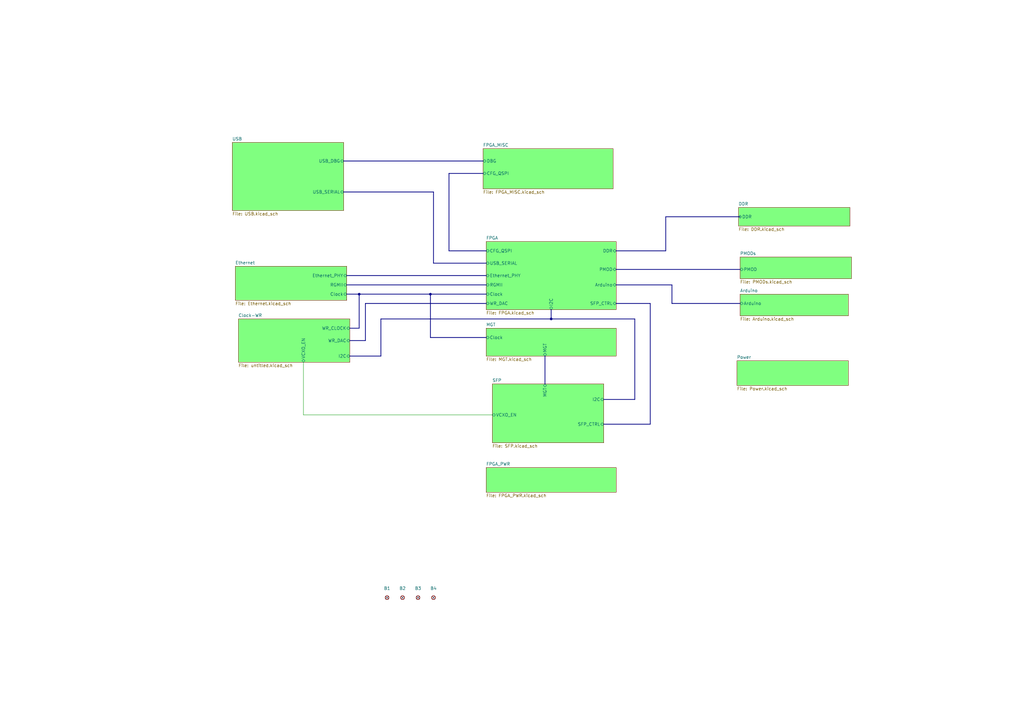
<source format=kicad_sch>
(kicad_sch (version 20250114) (generator "eeschema") (generator_version "9.0")
  (paper "A3")
  (title_block (date "2025-04-18") (rev "${rev}") (company "${name}") (comment 1 "${author}"))
  (lib_symbols
    (symbol "Pads:PLATED_HOLE3.2_PAD5.5" (pin_names (offset 1.27))
      (property "Reference" "B" (at -1.27 0 0))
      (symbol "PLATED_HOLE3.2_PAD5.5_0_1"
        (circle (center 0 0) (radius 0.762) (stroke (width 0.254)) (fill (type background)))
        (pin bidirectional line (at 0 0 180) (length 0) (name "1") (number "1"))
      )
    )
  )
  (junction (at 226.06 130.81))
  (junction (at 147.32 120.65))
  (junction (at 176.53 120.65))
  (no_connect (at 158.75 245.11))
  (no_connect (at 165.1 245.11))
  (no_connect (at 177.8 245.11))
  (no_connect (at 171.45 245.11))
  (bus (pts (xy 252.73 124.46) (xy 266.7 124.46)))
  (bus (pts (xy 226.06 130.81) (xy 260.35 130.81)))
  (bus (pts (xy 147.32 134.62) (xy 143.51 134.62)))
  (bus (pts (xy 273.05 102.87) (xy 252.73 102.87)))
  (bus (pts (xy 177.8 107.95) (xy 199.39 107.95)))
  (bus (pts (xy 260.35 130.81) (xy 260.35 163.83)))
  (bus (pts (xy 252.73 110.49) (xy 303.53 110.49)))
  (bus (pts (xy 226.06 127) (xy 226.06 130.81)))
  (bus (pts (xy 223.52 146.05) (xy 223.52 157.48)))
  (bus (pts (xy 303.53 88.9) (xy 273.05 88.9)))
  (wire (pts (xy 124.46 170.18) (xy 201.93 170.18)))
  (bus (pts (xy 177.8 78.74) (xy 177.8 107.95)))
  (bus (pts (xy 147.32 120.65) (xy 176.53 120.65)))
  (bus (pts (xy 140.97 66.04) (xy 198.12 66.04)))
  (bus (pts (xy 176.53 120.65) (xy 199.39 120.65)))
  (bus (pts (xy 273.05 88.9) (xy 273.05 102.87)))
  (bus (pts (xy 142.24 120.65) (xy 147.32 120.65)))
  (bus (pts (xy 266.7 173.99) (xy 247.65 173.99)))
  (wire (pts (xy 124.46 148.59) (xy 124.46 170.18)))
  (bus (pts (xy 275.59 116.84) (xy 275.59 124.46)))
  (bus (pts (xy 275.59 124.46) (xy 303.53 124.46)))
  (bus (pts (xy 147.32 120.65) (xy 147.32 134.62)))
  (bus (pts (xy 198.12 71.12) (xy 184.15 71.12)))
  (bus (pts (xy 142.24 116.84) (xy 199.39 116.84)))
  (bus (pts (xy 199.39 124.46) (xy 149.86 124.46)))
  (bus (pts (xy 184.15 71.12) (xy 184.15 102.87)))
  (bus (pts (xy 156.21 146.05) (xy 143.51 146.05)))
  (bus (pts (xy 184.15 102.87) (xy 199.39 102.87)))
  (bus (pts (xy 199.39 138.43) (xy 176.53 138.43)))
  (bus (pts (xy 260.35 163.83) (xy 247.65 163.83)))
  (bus (pts (xy 176.53 138.43) (xy 176.53 120.65)))
  (bus (pts (xy 149.86 139.7) (xy 143.51 139.7)))
  (bus (pts (xy 266.7 124.46) (xy 266.7 173.99)))
  (bus (pts (xy 156.21 130.81) (xy 156.21 146.05)))
  (bus (pts (xy 140.97 78.74) (xy 177.8 78.74)))
  (bus (pts (xy 142.24 113.03) (xy 199.39 113.03)))
  (bus (pts (xy 252.73 116.84) (xy 275.59 116.84)))
  (bus (pts (xy 226.06 130.81) (xy 156.21 130.81)))
  (bus (pts (xy 149.86 124.46) (xy 149.86 139.7)))
  (symbol (lib_id "Pads:PLATED_HOLE3.2_PAD5.5") (at 177.8 245.11 0) (unit 1)
    (property "Reference" "B4" (at 177.8 241.3 0))
    (property "Value" "PLATED_HOLE3.2_PAD5.5" (effects (hide yes)))
    (property "Footprint" "Pads:MTG320_550" (effects (hide yes)))
    (property "Datasheet" "Undefined" (effects (hide yes)))
    (property "Description" "Plated Through Hole: Hole Dia.=3.2mm Pad Dia.=5.5mm" (effects (hide yes)))
    (property "Family" "Plated Hole" (effects (hide yes)))
    (property "Part Number" "PLATED_HOLE3.2_PAD5.5" (effects (hide yes)))
    (property "Library Ref" "Single Terminal Socket" (effects (hide yes)))
    (property "Library Path" "SchLib\\Pads.SchLib" (effects (hide yes)))
    (property "Comment" " " (effects (hide yes)))
    (property "Component Kind" "Standard (No BOM)" (effects (hide yes)))
    (property "Component Type" "Standard (No BOM)" (effects (hide yes)))
    (property "Pin Count" "1" (effects (hide yes)))
    (property "Case" " " (effects (hide yes)))
    (property "Footprint Path" "PcbLib\\Pads.PcbLib" (effects (hide yes)))
    (property "Footprint Ref" "MTG320_550" (effects (hide yes)))
    (property "Mounted" "No" (effects (hide yes)))
    (property "Socket" "No" (effects (hide yes)))
    (property "SMD" "No" (effects (hide yes)))
    (property "Sense" "No" (effects (hide yes)))
    (property "Sense Comment" " " (effects (hide yes)))
    (property "Status" "None" (effects (hide yes)))
    (property "Status Comment" " " (effects (hide yes)))
    (property "SCEM" " " (effects (hide yes)))
    (property "Part Description" "Plated Through Hole: Hole Dia.=3.2mm Pad Dia.=5.5mm" (effects (hide yes)))
    (property "Manufacturer" " " (effects (hide yes)))
    (property "Manufacturer Part Number" " " (effects (hide yes)))
    (property "ComponentHeight" "0mm" (effects (hide yes)))
    (property "Manufacturer1 Example" " " (effects (hide yes)))
    (property "Manufacturer1 Part Number" " " (effects (hide yes)))
    (property "Manufacturer1 ComponentHeight" " " (effects (hide yes)))
    (property "HelpURL" "Undefined" (effects (hide yes)))
    (property "ComponentLink1URL" " " (effects (hide yes)))
    (property "ComponentLink1Description" " " (effects (hide yes)))
    (property "ComponentLink2URL" " " (effects (hide yes)))
    (property "ComponentLink2Description" " " (effects (hide yes)))
    (property "Author" "CERN DEM JMW" (effects (hide yes)))
    (property "CreateDate" "10/01/12 00:00:00" (effects (hide yes)))
    (property "LatestRevisionDate" "10/01/12 00:00:00" (effects (hide yes)))
    (property "PackageDescription" "Plated Through Hole: Hole Dia.=3.2mm Pad Dia.=5.5mm" (effects (hide yes)))
    (property "Database Table Name" "Eletro-mechanical" (effects (hide yes)))
    (property "Library Name" "Pads" (effects (hide yes)))
    (property "Footprint Library" "Pads" (effects (hide yes)))
    (property "License" "CC-BY-SA 4.0" (effects (hide yes)))
  )
  (symbol (lib_id "Pads:PLATED_HOLE3.2_PAD5.5") (at 158.75 245.11 0) (unit 1)
    (property "Reference" "B1" (at 158.75 241.3 0))
    (property "Value" "PLATED_HOLE3.2_PAD5.5" (effects (hide yes)))
    (property "Footprint" "Pads:MTG320_550" (effects (hide yes)))
    (property "Datasheet" "Undefined" (effects (hide yes)))
    (property "Description" "Plated Through Hole: Hole Dia.=3.2mm Pad Dia.=5.5mm" (effects (hide yes)))
    (property "Family" "Plated Hole" (effects (hide yes)))
    (property "Part Number" "PLATED_HOLE3.2_PAD5.5" (effects (hide yes)))
    (property "Library Ref" "Single Terminal Socket" (effects (hide yes)))
    (property "Library Path" "SchLib\\Pads.SchLib" (effects (hide yes)))
    (property "Comment" " " (effects (hide yes)))
    (property "Component Kind" "Standard (No BOM)" (effects (hide yes)))
    (property "Component Type" "Standard (No BOM)" (effects (hide yes)))
    (property "Pin Count" "1" (effects (hide yes)))
    (property "Case" " " (effects (hide yes)))
    (property "Footprint Path" "PcbLib\\Pads.PcbLib" (effects (hide yes)))
    (property "Footprint Ref" "MTG320_550" (effects (hide yes)))
    (property "Mounted" "No" (effects (hide yes)))
    (property "Socket" "No" (effects (hide yes)))
    (property "SMD" "No" (effects (hide yes)))
    (property "Sense" "No" (effects (hide yes)))
    (property "Sense Comment" " " (effects (hide yes)))
    (property "Status" "None" (effects (hide yes)))
    (property "Status Comment" " " (effects (hide yes)))
    (property "SCEM" " " (effects (hide yes)))
    (property "Part Description" "Plated Through Hole: Hole Dia.=3.2mm Pad Dia.=5.5mm" (effects (hide yes)))
    (property "Manufacturer" " " (effects (hide yes)))
    (property "Manufacturer Part Number" " " (effects (hide yes)))
    (property "ComponentHeight" "0mm" (effects (hide yes)))
    (property "Manufacturer1 Example" " " (effects (hide yes)))
    (property "Manufacturer1 Part Number" " " (effects (hide yes)))
    (property "Manufacturer1 ComponentHeight" " " (effects (hide yes)))
    (property "HelpURL" "Undefined" (effects (hide yes)))
    (property "ComponentLink1URL" " " (effects (hide yes)))
    (property "ComponentLink1Description" " " (effects (hide yes)))
    (property "ComponentLink2URL" " " (effects (hide yes)))
    (property "ComponentLink2Description" " " (effects (hide yes)))
    (property "Author" "CERN DEM JMW" (effects (hide yes)))
    (property "CreateDate" "10/01/12 00:00:00" (effects (hide yes)))
    (property "LatestRevisionDate" "10/01/12 00:00:00" (effects (hide yes)))
    (property "PackageDescription" "Plated Through Hole: Hole Dia.=3.2mm Pad Dia.=5.5mm" (effects (hide yes)))
    (property "Database Table Name" "Eletro-mechanical" (effects (hide yes)))
    (property "Library Name" "Pads" (effects (hide yes)))
    (property "Footprint Library" "Pads" (effects (hide yes)))
    (property "License" "CC-BY-SA 4.0" (effects (hide yes)))
  )
  (symbol (lib_id "Pads:PLATED_HOLE3.2_PAD5.5") (at 165.1 245.11 0) (unit 1)
    (property "Reference" "B2" (at 165.1 241.3 0))
    (property "Value" "PLATED_HOLE3.2_PAD5.5" (effects (hide yes)))
    (property "Footprint" "Pads:MTG320_550" (effects (hide yes)))
    (property "Datasheet" "Undefined" (effects (hide yes)))
    (property "Description" "Plated Through Hole: Hole Dia.=3.2mm Pad Dia.=5.5mm" (effects (hide yes)))
    (property "Family" "Plated Hole" (effects (hide yes)))
    (property "Part Number" "PLATED_HOLE3.2_PAD5.5" (effects (hide yes)))
    (property "Library Ref" "Single Terminal Socket" (effects (hide yes)))
    (property "Library Path" "SchLib\\Pads.SchLib" (effects (hide yes)))
    (property "Comment" " " (effects (hide yes)))
    (property "Component Kind" "Standard (No BOM)" (effects (hide yes)))
    (property "Component Type" "Standard (No BOM)" (effects (hide yes)))
    (property "Pin Count" "1" (effects (hide yes)))
    (property "Case" " " (effects (hide yes)))
    (property "Footprint Path" "PcbLib\\Pads.PcbLib" (effects (hide yes)))
    (property "Footprint Ref" "MTG320_550" (effects (hide yes)))
    (property "Mounted" "No" (effects (hide yes)))
    (property "Socket" "No" (effects (hide yes)))
    (property "SMD" "No" (effects (hide yes)))
    (property "Sense" "No" (effects (hide yes)))
    (property "Sense Comment" " " (effects (hide yes)))
    (property "Status" "None" (effects (hide yes)))
    (property "Status Comment" " " (effects (hide yes)))
    (property "SCEM" " " (effects (hide yes)))
    (property "Part Description" "Plated Through Hole: Hole Dia.=3.2mm Pad Dia.=5.5mm" (effects (hide yes)))
    (property "Manufacturer" " " (effects (hide yes)))
    (property "Manufacturer Part Number" " " (effects (hide yes)))
    (property "ComponentHeight" "0mm" (effects (hide yes)))
    (property "Manufacturer1 Example" " " (effects (hide yes)))
    (property "Manufacturer1 Part Number" " " (effects (hide yes)))
    (property "Manufacturer1 ComponentHeight" " " (effects (hide yes)))
    (property "HelpURL" "Undefined" (effects (hide yes)))
    (property "ComponentLink1URL" " " (effects (hide yes)))
    (property "ComponentLink1Description" " " (effects (hide yes)))
    (property "ComponentLink2URL" " " (effects (hide yes)))
    (property "ComponentLink2Description" " " (effects (hide yes)))
    (property "Author" "CERN DEM JMW" (effects (hide yes)))
    (property "CreateDate" "10/01/12 00:00:00" (effects (hide yes)))
    (property "LatestRevisionDate" "10/01/12 00:00:00" (effects (hide yes)))
    (property "PackageDescription" "Plated Through Hole: Hole Dia.=3.2mm Pad Dia.=5.5mm" (effects (hide yes)))
    (property "Database Table Name" "Eletro-mechanical" (effects (hide yes)))
    (property "Library Name" "Pads" (effects (hide yes)))
    (property "Footprint Library" "Pads" (effects (hide yes)))
    (property "License" "CC-BY-SA 4.0" (effects (hide yes)))
  )
  (symbol (lib_id "Pads:PLATED_HOLE3.2_PAD5.5") (at 171.45 245.11 0) (unit 1)
    (property "Reference" "B3" (at 171.45 241.3 0))
    (property "Value" "PLATED_HOLE3.2_PAD5.5" (effects (hide yes)))
    (property "Footprint" "Pads:MTG320_550" (effects (hide yes)))
    (property "Datasheet" "Undefined" (effects (hide yes)))
    (property "Description" "Plated Through Hole: Hole Dia.=3.2mm Pad Dia.=5.5mm" (effects (hide yes)))
    (property "Family" "Plated Hole" (effects (hide yes)))
    (property "Part Number" "PLATED_HOLE3.2_PAD5.5" (effects (hide yes)))
    (property "Library Ref" "Single Terminal Socket" (effects (hide yes)))
    (property "Library Path" "SchLib\\Pads.SchLib" (effects (hide yes)))
    (property "Comment" " " (effects (hide yes)))
    (property "Component Kind" "Standard (No BOM)" (effects (hide yes)))
    (property "Component Type" "Standard (No BOM)" (effects (hide yes)))
    (property "Pin Count" "1" (effects (hide yes)))
    (property "Case" " " (effects (hide yes)))
    (property "Footprint Path" "PcbLib\\Pads.PcbLib" (effects (hide yes)))
    (property "Footprint Ref" "MTG320_550" (effects (hide yes)))
    (property "Mounted" "No" (effects (hide yes)))
    (property "Socket" "No" (effects (hide yes)))
    (property "SMD" "No" (effects (hide yes)))
    (property "Sense" "No" (effects (hide yes)))
    (property "Sense Comment" " " (effects (hide yes)))
    (property "Status" "None" (effects (hide yes)))
    (property "Status Comment" " " (effects (hide yes)))
    (property "SCEM" " " (effects (hide yes)))
    (property "Part Description" "Plated Through Hole: Hole Dia.=3.2mm Pad Dia.=5.5mm" (effects (hide yes)))
    (property "Manufacturer" " " (effects (hide yes)))
    (property "Manufacturer Part Number" " " (effects (hide yes)))
    (property "ComponentHeight" "0mm" (effects (hide yes)))
    (property "Manufacturer1 Example" " " (effects (hide yes)))
    (property "Manufacturer1 Part Number" " " (effects (hide yes)))
    (property "Manufacturer1 ComponentHeight" " " (effects (hide yes)))
    (property "HelpURL" "Undefined" (effects (hide yes)))
    (property "ComponentLink1URL" " " (effects (hide yes)))
    (property "ComponentLink1Description" " " (effects (hide yes)))
    (property "ComponentLink2URL" " " (effects (hide yes)))
    (property "ComponentLink2Description" " " (effects (hide yes)))
    (property "Author" "CERN DEM JMW" (effects (hide yes)))
    (property "CreateDate" "10/01/12 00:00:00" (effects (hide yes)))
    (property "LatestRevisionDate" "10/01/12 00:00:00" (effects (hide yes)))
    (property "PackageDescription" "Plated Through Hole: Hole Dia.=3.2mm Pad Dia.=5.5mm" (effects (hide yes)))
    (property "Database Table Name" "Eletro-mechanical" (effects (hide yes)))
    (property "Library Name" "Pads" (effects (hide yes)))
    (property "Footprint Library" "Pads" (effects (hide yes)))
    (property "License" "CC-BY-SA 4.0" (effects (hide yes)))
  )
  (sheet (at 303.53 105.41) (size 45.72 8.89) (stroke (width 0.1524) (color 128 0 0 1)) (fill (color 128 255 128 1.0000))
    (property "Sheetname" "PMODs" (at 303.53 104.6984 0) (effects (justify left bottom)))
    (property "Sheetfile" "PMODs.kicad_sch" (at 303.53 114.8846 0) (effects (justify left top)))
    (pin "PMOD" bidirectional (at 303.53 110.49 180))
  )
  (sheet (at 302.26 147.955) (size 45.72 10.16) (stroke (width 0.1524) (color 128 0 0 1)) (fill (color 128 255 128 1.0000))
    (property "Sheetname" "Power" (at 302.26 147.2434 0) (effects (justify left bottom)))
    (property "Sheetfile" "Power.kicad_sch" (at 302.26 158.6996 0) (effects (justify left top)))
  )
  (sheet (at 199.39 99.06) (size 53.34 27.94) (stroke (width 0.1524) (color 128 0 0 1)) (fill (color 128 255 128 1.0000))
    (property "Sheetname" "FPGA" (at 199.39 98.3484 0) (effects (justify left bottom)))
    (property "Sheetfile" "FPGA.kicad_sch" (at 199.39 127.5846 0) (effects (justify left top)))
    (pin "USB_SERIAL" bidirectional (at 199.39 107.95 180))
    (pin "CFG_QSPI" bidirectional (at 199.39 102.87 180))
    (pin "PMOD" bidirectional (at 252.73 110.49 0))
    (pin "Arduino" bidirectional (at 252.73 116.84 0))
    (pin "Ethernet_PHY" bidirectional (at 199.39 113.03 180))
    (pin "RGMII" bidirectional (at 199.39 116.84 180))
    (pin "Clock" bidirectional (at 199.39 120.65 180))
    (pin "WR_DAC" bidirectional (at 199.39 124.46 180))
    (pin "I2C" bidirectional (at 226.06 127 270))
    (pin "SFP_CTRL" bidirectional (at 252.73 124.46 0))
    (pin "DDR" bidirectional (at 252.73 102.87 0))
  )
  (sheet (at 303.53 120.65) (size 44.45 8.89) (stroke (width 0.1524) (color 128 0 0 1)) (fill (color 128 255 128 1.0000))
    (property "Sheetname" "Arduino" (at 303.53 119.9384 0) (effects (justify left bottom)))
    (property "Sheetfile" "Arduino.kicad_sch" (at 303.53 130.1246 0) (effects (justify left top)))
    (pin "Arduino" bidirectional (at 303.53 124.46 180))
  )
  (sheet (at 302.895 85.09) (size 45.72 7.62) (stroke (width 0.1524) (color 128 0 0 1)) (fill (color 128 255 128 1.0000))
    (property "Sheetname" "DDR" (at 302.895 84.3784 0) (effects (justify left bottom)))
    (property "Sheetfile" "DDR.kicad_sch" (at 302.895 93.2946 0) (effects (justify left top)))
    (pin "DDR" bidirectional (at 302.895 88.9 180))
  )
  (sheet (at 96.52 109.22) (size 45.72 13.97) (stroke (width 0.1524) (color 128 0 0 1)) (fill (color 128 255 128 1.0000))
    (property "Sheetname" "Ethernet" (at 96.52 108.5084 0) (effects (justify left bottom)))
    (property "Sheetfile" "Ethernet.kicad_sch" (at 96.52 123.7746 0) (effects (justify left top)))
    (pin "Ethernet_PHY" bidirectional (at 142.24 113.03 0))
    (pin "RGMII" bidirectional (at 142.24 116.84 0))
    (pin "Clock" bidirectional (at 142.24 120.65 0))
  )
  (sheet (at 199.39 134.62) (size 53.34 11.43) (stroke (width 0.1524) (color 128 0 0 1)) (fill (color 128 255 128 1.0000))
    (property "Sheetname" "MGT" (at 199.39 133.9084 0) (effects (justify left bottom)))
    (property "Sheetfile" "MGT.kicad_sch" (at 199.39 146.6346 0) (effects (justify left top)))
    (pin "Clock" bidirectional (at 199.39 138.43 180))
    (pin "MGT" bidirectional (at 223.52 146.05 270))
  )
  (sheet (at 97.79 130.81) (size 45.72 17.78) (stroke (width 0.1524) (color 128 0 0 1)) (fill (color 128 255 128 1.0000))
    (property "Sheetname" "Clock-WR" (at 97.79 130.0984 0) (effects (justify left bottom)))
    (property "Sheetfile" "untitled.kicad_sch" (at 97.79 149.1746 0) (effects (justify left top)))
    (pin "WR_CLOCK" bidirectional (at 143.51 134.62 0))
    (pin "WR_DAC" bidirectional (at 143.51 139.7 0))
    (pin "I2C" bidirectional (at 143.51 146.05 0))
    (pin "VCXO_EN" bidirectional (at 124.46 148.59 270))
  )
  (sheet (at 95.25 58.42) (size 45.72 27.94) (stroke (width 0.1524) (color 128 0 0 1)) (fill (color 128 255 128 1.0000))
    (property "Sheetname" "USB" (at 95.25 57.7084 0) (effects (justify left bottom)))
    (property "Sheetfile" "USB.kicad_sch" (at 95.25 86.9446 0) (effects (justify left top)))
    (pin "USB_DBG" bidirectional (at 140.97 66.04 0))
    (pin "USB_SERIAL" bidirectional (at 140.97 78.74 0))
  )
  (sheet (at 198.12 60.96) (size 53.34 16.51) (stroke (width 0.1524) (color 128 0 0 1)) (fill (color 128 255 128 1.0000))
    (property "Sheetname" "FPGA_MISC" (at 198.12 60.2484 0) (effects (justify left bottom)))
    (property "Sheetfile" "FPGA_MISC.kicad_sch" (at 198.12 78.0546 0) (effects (justify left top)))
    (pin "CFG_QSPI" bidirectional (at 198.12 71.12 180))
    (pin "DBG" bidirectional (at 198.12 66.04 180))
  )
  (sheet (at 201.93 157.48) (size 45.72 24.13) (stroke (width 0.1524) (color 128 0 0 1)) (fill (color 128 255 128 1.0000))
    (property "Sheetname" "SFP" (at 201.93 156.7684 0) (effects (justify left bottom)))
    (property "Sheetfile" "SFP.kicad_sch" (at 201.93 182.1946 0) (effects (justify left top)))
    (pin "MGT" bidirectional (at 223.52 157.48 90))
    (pin "I2C" bidirectional (at 247.65 163.83 0))
    (pin "SFP_CTRL" bidirectional (at 247.65 173.99 0))
    (pin "VCXO_EN" bidirectional (at 201.93 170.18 180))
  )
  (sheet (at 199.39 191.77) (size 53.34 10.16) (stroke (width 0.1524) (color 128 0 0 1)) (fill (color 128 255 128 1.0000))
    (property "Sheetname" "FPGA_PWR" (at 199.39 191.0584 0) (effects (justify left bottom)))
    (property "Sheetfile" "FPGA_PWR.kicad_sch" (at 199.39 202.5146 0) (effects (justify left top)))
  )
)
</source>
